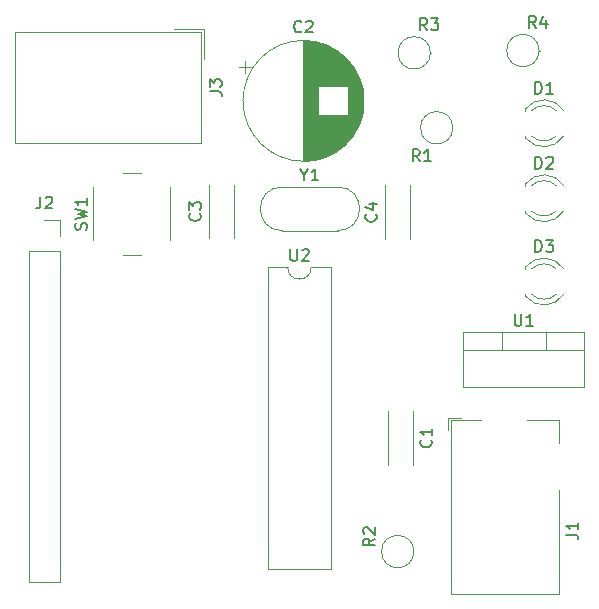
<source format=gto>
G04 #@! TF.GenerationSoftware,KiCad,Pcbnew,5.0.2-5.fc29*
G04 #@! TF.CreationDate,2019-02-21T16:31:19+01:00*
G04 #@! TF.ProjectId,AVR Dev,41565220-4465-4762-9e6b-696361645f70,rev?*
G04 #@! TF.SameCoordinates,Original*
G04 #@! TF.FileFunction,Legend,Top*
G04 #@! TF.FilePolarity,Positive*
%FSLAX46Y46*%
G04 Gerber Fmt 4.6, Leading zero omitted, Abs format (unit mm)*
G04 Created by KiCad (PCBNEW 5.0.2-5.fc29) date czw, 21 lut 2019, 16:31:19*
%MOMM*%
%LPD*%
G01*
G04 APERTURE LIST*
%ADD10C,0.120000*%
%ADD11C,0.150000*%
G04 APERTURE END LIST*
D10*
G04 #@! TO.C,C1*
X171948000Y-80303500D02*
X171948000Y-84843500D01*
X169808000Y-80303500D02*
X169808000Y-84843500D01*
X171948000Y-80303500D02*
X171933000Y-80303500D01*
X169823000Y-80303500D02*
X169808000Y-80303500D01*
X171948000Y-84843500D02*
X171933000Y-84843500D01*
X169823000Y-84843500D02*
X169808000Y-84843500D01*
G04 #@! TO.C,C2*
X167767000Y-54038500D02*
G75*
G03X167767000Y-54038500I-5120000J0D01*
G01*
X162647000Y-48958500D02*
X162647000Y-59118500D01*
X162687000Y-48958500D02*
X162687000Y-59118500D01*
X162727000Y-48958500D02*
X162727000Y-59118500D01*
X162767000Y-48959500D02*
X162767000Y-59117500D01*
X162807000Y-48960500D02*
X162807000Y-59116500D01*
X162847000Y-48961500D02*
X162847000Y-59115500D01*
X162887000Y-48963500D02*
X162887000Y-59113500D01*
X162927000Y-48965500D02*
X162927000Y-59111500D01*
X162967000Y-48968500D02*
X162967000Y-59108500D01*
X163007000Y-48970500D02*
X163007000Y-59106500D01*
X163047000Y-48973500D02*
X163047000Y-59103500D01*
X163087000Y-48976500D02*
X163087000Y-59100500D01*
X163127000Y-48980500D02*
X163127000Y-59096500D01*
X163167000Y-48984500D02*
X163167000Y-59092500D01*
X163207000Y-48988500D02*
X163207000Y-59088500D01*
X163247000Y-48993500D02*
X163247000Y-59083500D01*
X163287000Y-48998500D02*
X163287000Y-59078500D01*
X163327000Y-49003500D02*
X163327000Y-59073500D01*
X163368000Y-49008500D02*
X163368000Y-59068500D01*
X163408000Y-49014500D02*
X163408000Y-59062500D01*
X163448000Y-49020500D02*
X163448000Y-59056500D01*
X163488000Y-49027500D02*
X163488000Y-59049500D01*
X163528000Y-49034500D02*
X163528000Y-59042500D01*
X163568000Y-49041500D02*
X163568000Y-59035500D01*
X163608000Y-49048500D02*
X163608000Y-59028500D01*
X163648000Y-49056500D02*
X163648000Y-59020500D01*
X163688000Y-49064500D02*
X163688000Y-59012500D01*
X163728000Y-49073500D02*
X163728000Y-59003500D01*
X163768000Y-49082500D02*
X163768000Y-58994500D01*
X163808000Y-49091500D02*
X163808000Y-58985500D01*
X163848000Y-49100500D02*
X163848000Y-58976500D01*
X163888000Y-49110500D02*
X163888000Y-58966500D01*
X163928000Y-49120500D02*
X163928000Y-52797500D01*
X163928000Y-55279500D02*
X163928000Y-58956500D01*
X163968000Y-49131500D02*
X163968000Y-52797500D01*
X163968000Y-55279500D02*
X163968000Y-58945500D01*
X164008000Y-49141500D02*
X164008000Y-52797500D01*
X164008000Y-55279500D02*
X164008000Y-58935500D01*
X164048000Y-49153500D02*
X164048000Y-52797500D01*
X164048000Y-55279500D02*
X164048000Y-58923500D01*
X164088000Y-49164500D02*
X164088000Y-52797500D01*
X164088000Y-55279500D02*
X164088000Y-58912500D01*
X164128000Y-49176500D02*
X164128000Y-52797500D01*
X164128000Y-55279500D02*
X164128000Y-58900500D01*
X164168000Y-49188500D02*
X164168000Y-52797500D01*
X164168000Y-55279500D02*
X164168000Y-58888500D01*
X164208000Y-49201500D02*
X164208000Y-52797500D01*
X164208000Y-55279500D02*
X164208000Y-58875500D01*
X164248000Y-49214500D02*
X164248000Y-52797500D01*
X164248000Y-55279500D02*
X164248000Y-58862500D01*
X164288000Y-49227500D02*
X164288000Y-52797500D01*
X164288000Y-55279500D02*
X164288000Y-58849500D01*
X164328000Y-49241500D02*
X164328000Y-52797500D01*
X164328000Y-55279500D02*
X164328000Y-58835500D01*
X164368000Y-49255500D02*
X164368000Y-52797500D01*
X164368000Y-55279500D02*
X164368000Y-58821500D01*
X164408000Y-49270500D02*
X164408000Y-52797500D01*
X164408000Y-55279500D02*
X164408000Y-58806500D01*
X164448000Y-49284500D02*
X164448000Y-52797500D01*
X164448000Y-55279500D02*
X164448000Y-58792500D01*
X164488000Y-49300500D02*
X164488000Y-52797500D01*
X164488000Y-55279500D02*
X164488000Y-58776500D01*
X164528000Y-49315500D02*
X164528000Y-52797500D01*
X164528000Y-55279500D02*
X164528000Y-58761500D01*
X164568000Y-49331500D02*
X164568000Y-52797500D01*
X164568000Y-55279500D02*
X164568000Y-58745500D01*
X164608000Y-49348500D02*
X164608000Y-52797500D01*
X164608000Y-55279500D02*
X164608000Y-58728500D01*
X164648000Y-49364500D02*
X164648000Y-52797500D01*
X164648000Y-55279500D02*
X164648000Y-58712500D01*
X164688000Y-49381500D02*
X164688000Y-52797500D01*
X164688000Y-55279500D02*
X164688000Y-58695500D01*
X164728000Y-49399500D02*
X164728000Y-52797500D01*
X164728000Y-55279500D02*
X164728000Y-58677500D01*
X164768000Y-49417500D02*
X164768000Y-52797500D01*
X164768000Y-55279500D02*
X164768000Y-58659500D01*
X164808000Y-49435500D02*
X164808000Y-52797500D01*
X164808000Y-55279500D02*
X164808000Y-58641500D01*
X164848000Y-49454500D02*
X164848000Y-52797500D01*
X164848000Y-55279500D02*
X164848000Y-58622500D01*
X164888000Y-49474500D02*
X164888000Y-52797500D01*
X164888000Y-55279500D02*
X164888000Y-58602500D01*
X164928000Y-49493500D02*
X164928000Y-52797500D01*
X164928000Y-55279500D02*
X164928000Y-58583500D01*
X164968000Y-49513500D02*
X164968000Y-52797500D01*
X164968000Y-55279500D02*
X164968000Y-58563500D01*
X165008000Y-49534500D02*
X165008000Y-52797500D01*
X165008000Y-55279500D02*
X165008000Y-58542500D01*
X165048000Y-49555500D02*
X165048000Y-52797500D01*
X165048000Y-55279500D02*
X165048000Y-58521500D01*
X165088000Y-49576500D02*
X165088000Y-52797500D01*
X165088000Y-55279500D02*
X165088000Y-58500500D01*
X165128000Y-49598500D02*
X165128000Y-52797500D01*
X165128000Y-55279500D02*
X165128000Y-58478500D01*
X165168000Y-49621500D02*
X165168000Y-52797500D01*
X165168000Y-55279500D02*
X165168000Y-58455500D01*
X165208000Y-49643500D02*
X165208000Y-52797500D01*
X165208000Y-55279500D02*
X165208000Y-58433500D01*
X165248000Y-49667500D02*
X165248000Y-52797500D01*
X165248000Y-55279500D02*
X165248000Y-58409500D01*
X165288000Y-49691500D02*
X165288000Y-52797500D01*
X165288000Y-55279500D02*
X165288000Y-58385500D01*
X165328000Y-49715500D02*
X165328000Y-52797500D01*
X165328000Y-55279500D02*
X165328000Y-58361500D01*
X165368000Y-49740500D02*
X165368000Y-52797500D01*
X165368000Y-55279500D02*
X165368000Y-58336500D01*
X165408000Y-49765500D02*
X165408000Y-52797500D01*
X165408000Y-55279500D02*
X165408000Y-58311500D01*
X165448000Y-49791500D02*
X165448000Y-52797500D01*
X165448000Y-55279500D02*
X165448000Y-58285500D01*
X165488000Y-49817500D02*
X165488000Y-52797500D01*
X165488000Y-55279500D02*
X165488000Y-58259500D01*
X165528000Y-49844500D02*
X165528000Y-52797500D01*
X165528000Y-55279500D02*
X165528000Y-58232500D01*
X165568000Y-49872500D02*
X165568000Y-52797500D01*
X165568000Y-55279500D02*
X165568000Y-58204500D01*
X165608000Y-49900500D02*
X165608000Y-52797500D01*
X165608000Y-55279500D02*
X165608000Y-58176500D01*
X165648000Y-49928500D02*
X165648000Y-52797500D01*
X165648000Y-55279500D02*
X165648000Y-58148500D01*
X165688000Y-49958500D02*
X165688000Y-52797500D01*
X165688000Y-55279500D02*
X165688000Y-58118500D01*
X165728000Y-49988500D02*
X165728000Y-52797500D01*
X165728000Y-55279500D02*
X165728000Y-58088500D01*
X165768000Y-50018500D02*
X165768000Y-52797500D01*
X165768000Y-55279500D02*
X165768000Y-58058500D01*
X165808000Y-50049500D02*
X165808000Y-52797500D01*
X165808000Y-55279500D02*
X165808000Y-58027500D01*
X165848000Y-50081500D02*
X165848000Y-52797500D01*
X165848000Y-55279500D02*
X165848000Y-57995500D01*
X165888000Y-50113500D02*
X165888000Y-52797500D01*
X165888000Y-55279500D02*
X165888000Y-57963500D01*
X165928000Y-50146500D02*
X165928000Y-52797500D01*
X165928000Y-55279500D02*
X165928000Y-57930500D01*
X165968000Y-50180500D02*
X165968000Y-52797500D01*
X165968000Y-55279500D02*
X165968000Y-57896500D01*
X166008000Y-50214500D02*
X166008000Y-52797500D01*
X166008000Y-55279500D02*
X166008000Y-57862500D01*
X166048000Y-50249500D02*
X166048000Y-52797500D01*
X166048000Y-55279500D02*
X166048000Y-57827500D01*
X166088000Y-50285500D02*
X166088000Y-52797500D01*
X166088000Y-55279500D02*
X166088000Y-57791500D01*
X166128000Y-50322500D02*
X166128000Y-52797500D01*
X166128000Y-55279500D02*
X166128000Y-57754500D01*
X166168000Y-50359500D02*
X166168000Y-52797500D01*
X166168000Y-55279500D02*
X166168000Y-57717500D01*
X166208000Y-50398500D02*
X166208000Y-52797500D01*
X166208000Y-55279500D02*
X166208000Y-57678500D01*
X166248000Y-50437500D02*
X166248000Y-52797500D01*
X166248000Y-55279500D02*
X166248000Y-57639500D01*
X166288000Y-50477500D02*
X166288000Y-52797500D01*
X166288000Y-55279500D02*
X166288000Y-57599500D01*
X166328000Y-50518500D02*
X166328000Y-52797500D01*
X166328000Y-55279500D02*
X166328000Y-57558500D01*
X166368000Y-50560500D02*
X166368000Y-52797500D01*
X166368000Y-55279500D02*
X166368000Y-57516500D01*
X166408000Y-50602500D02*
X166408000Y-57474500D01*
X166448000Y-50646500D02*
X166448000Y-57430500D01*
X166488000Y-50691500D02*
X166488000Y-57385500D01*
X166528000Y-50737500D02*
X166528000Y-57339500D01*
X166568000Y-50784500D02*
X166568000Y-57292500D01*
X166608000Y-50832500D02*
X166608000Y-57244500D01*
X166648000Y-50882500D02*
X166648000Y-57194500D01*
X166688000Y-50932500D02*
X166688000Y-57144500D01*
X166728000Y-50984500D02*
X166728000Y-57092500D01*
X166768000Y-51038500D02*
X166768000Y-57038500D01*
X166808000Y-51093500D02*
X166808000Y-56983500D01*
X166848000Y-51149500D02*
X166848000Y-56927500D01*
X166888000Y-51208500D02*
X166888000Y-56868500D01*
X166928000Y-51268500D02*
X166928000Y-56808500D01*
X166968000Y-51329500D02*
X166968000Y-56747500D01*
X167008000Y-51393500D02*
X167008000Y-56683500D01*
X167048000Y-51459500D02*
X167048000Y-56617500D01*
X167088000Y-51528500D02*
X167088000Y-56548500D01*
X167128000Y-51599500D02*
X167128000Y-56477500D01*
X167168000Y-51673500D02*
X167168000Y-56403500D01*
X167208000Y-51749500D02*
X167208000Y-56327500D01*
X167248000Y-51829500D02*
X167248000Y-56247500D01*
X167288000Y-51913500D02*
X167288000Y-56163500D01*
X167328000Y-52001500D02*
X167328000Y-56075500D01*
X167368000Y-52094500D02*
X167368000Y-55982500D01*
X167408000Y-52192500D02*
X167408000Y-55884500D01*
X167448000Y-52296500D02*
X167448000Y-55780500D01*
X167488000Y-52408500D02*
X167488000Y-55668500D01*
X167528000Y-52528500D02*
X167528000Y-55548500D01*
X167568000Y-52660500D02*
X167568000Y-55416500D01*
X167608000Y-52808500D02*
X167608000Y-55268500D01*
X167648000Y-52976500D02*
X167648000Y-55100500D01*
X167688000Y-53176500D02*
X167688000Y-54900500D01*
X167728000Y-53439500D02*
X167728000Y-54637500D01*
X157167354Y-51163500D02*
X158167354Y-51163500D01*
X157667354Y-50663500D02*
X157667354Y-51663500D01*
G04 #@! TO.C,C3*
X154632000Y-65683000D02*
X154632000Y-61143000D01*
X156772000Y-65683000D02*
X156772000Y-61143000D01*
X154632000Y-65683000D02*
X154647000Y-65683000D01*
X156757000Y-65683000D02*
X156772000Y-65683000D01*
X154632000Y-61143000D02*
X154647000Y-61143000D01*
X156757000Y-61143000D02*
X156772000Y-61143000D01*
G04 #@! TO.C,C4*
X171679000Y-61206500D02*
X171694000Y-61206500D01*
X169554000Y-61206500D02*
X169569000Y-61206500D01*
X171679000Y-65746500D02*
X171694000Y-65746500D01*
X169554000Y-65746500D02*
X169569000Y-65746500D01*
X171694000Y-65746500D02*
X171694000Y-61206500D01*
X169554000Y-65746500D02*
X169554000Y-61206500D01*
G04 #@! TO.C,D1*
X184679335Y-54864892D02*
G75*
G03X181447000Y-54707984I-1672335J-1078608D01*
G01*
X184679335Y-57022108D02*
G75*
G02X181447000Y-57179016I-1672335J1078608D01*
G01*
X184048130Y-54863663D02*
G75*
G03X181966039Y-54863500I-1041130J-1079837D01*
G01*
X184048130Y-57023337D02*
G75*
G02X181966039Y-57023500I-1041130J1079837D01*
G01*
X181447000Y-54707500D02*
X181447000Y-54863500D01*
X181447000Y-57023500D02*
X181447000Y-57179500D01*
G04 #@! TO.C,D2*
X181447000Y-63373500D02*
X181447000Y-63529500D01*
X181447000Y-61057500D02*
X181447000Y-61213500D01*
X184048130Y-63373337D02*
G75*
G02X181966039Y-63373500I-1041130J1079837D01*
G01*
X184048130Y-61213663D02*
G75*
G03X181966039Y-61213500I-1041130J-1079837D01*
G01*
X184679335Y-63372108D02*
G75*
G02X181447000Y-63529016I-1672335J1078608D01*
G01*
X184679335Y-61214892D02*
G75*
G03X181447000Y-61057984I-1672335J-1078608D01*
G01*
G04 #@! TO.C,D3*
X184679335Y-68263392D02*
G75*
G03X181447000Y-68106484I-1672335J-1078608D01*
G01*
X184679335Y-70420608D02*
G75*
G02X181447000Y-70577516I-1672335J1078608D01*
G01*
X184048130Y-68262163D02*
G75*
G03X181966039Y-68262000I-1041130J-1079837D01*
G01*
X184048130Y-70421837D02*
G75*
G02X181966039Y-70422000I-1041130J1079837D01*
G01*
X181447000Y-68106000D02*
X181447000Y-68262000D01*
X181447000Y-70422000D02*
X181447000Y-70578000D01*
G04 #@! TO.C,J1*
X175955000Y-80878500D02*
X174905000Y-80878500D01*
X174905000Y-81928500D02*
X174905000Y-80878500D01*
X184305000Y-86978500D02*
X184305000Y-95778500D01*
X184305000Y-95778500D02*
X175105000Y-95778500D01*
X181605000Y-81078500D02*
X184305000Y-81078500D01*
X184305000Y-81078500D02*
X184305000Y-82978500D01*
X175105000Y-95778500D02*
X175105000Y-81078500D01*
X175105000Y-81078500D02*
X177705000Y-81078500D01*
G04 #@! TO.C,J2*
X139386000Y-66738500D02*
X142046000Y-66738500D01*
X139386000Y-66738500D02*
X139386000Y-94738500D01*
X139386000Y-94738500D02*
X142046000Y-94738500D01*
X142046000Y-66738500D02*
X142046000Y-94738500D01*
X142046000Y-64138500D02*
X142046000Y-65468500D01*
X140716000Y-64138500D02*
X142046000Y-64138500D01*
G04 #@! TO.C,J3*
X154004000Y-57570500D02*
X138224000Y-57570500D01*
X138224000Y-57570500D02*
X138224000Y-48220500D01*
X138224000Y-48220500D02*
X154004000Y-48220500D01*
X154004000Y-48220500D02*
X154004000Y-57570500D01*
X154254000Y-47970500D02*
X151714000Y-47970500D01*
X154254000Y-47970500D02*
X154254000Y-50510500D01*
G04 #@! TO.C,R1*
X172556000Y-56324500D02*
X172486000Y-56324500D01*
X175296000Y-56324500D02*
G75*
G03X175296000Y-56324500I-1370000J0D01*
G01*
G04 #@! TO.C,R2*
X171994000Y-92202000D02*
G75*
G03X171994000Y-92202000I-1370000J0D01*
G01*
X170624000Y-90832000D02*
X170624000Y-90762000D01*
G04 #@! TO.C,R3*
X173392000Y-49974500D02*
G75*
G03X173392000Y-49974500I-1370000J0D01*
G01*
X173392000Y-49974500D02*
X173462000Y-49974500D01*
G04 #@! TO.C,R4*
X182599000Y-49784000D02*
X182669000Y-49784000D01*
X182599000Y-49784000D02*
G75*
G03X182599000Y-49784000I-1370000J0D01*
G01*
G04 #@! TO.C,SW1*
X151360000Y-65865500D02*
X151360000Y-61365500D01*
X147360000Y-67115500D02*
X148860000Y-67115500D01*
X144860000Y-61365500D02*
X144860000Y-65865500D01*
X148860000Y-60115500D02*
X147360000Y-60115500D01*
G04 #@! TO.C,U1*
X176172000Y-73628500D02*
X186412000Y-73628500D01*
X176172000Y-78269500D02*
X186412000Y-78269500D01*
X176172000Y-73628500D02*
X176172000Y-78269500D01*
X186412000Y-73628500D02*
X186412000Y-78269500D01*
X176172000Y-75138500D02*
X186412000Y-75138500D01*
X179442000Y-73628500D02*
X179442000Y-75138500D01*
X183143000Y-73628500D02*
X183143000Y-75138500D01*
G04 #@! TO.C,U2*
X163306000Y-68139000D02*
G75*
G02X161306000Y-68139000I-1000000J0D01*
G01*
X161306000Y-68139000D02*
X159656000Y-68139000D01*
X159656000Y-68139000D02*
X159656000Y-93659000D01*
X159656000Y-93659000D02*
X164956000Y-93659000D01*
X164956000Y-93659000D02*
X164956000Y-68139000D01*
X164956000Y-68139000D02*
X163306000Y-68139000D01*
G04 #@! TO.C,Y1*
X160850000Y-61332500D02*
X165550000Y-61332500D01*
X160850000Y-65032500D02*
X165550000Y-65032500D01*
X160850000Y-65032500D02*
G75*
G02X160850000Y-61332500I0J1850000D01*
G01*
X165550000Y-65032500D02*
G75*
G03X165550000Y-61332500I0J1850000D01*
G01*
G04 #@! TO.C,C1*
D11*
X173435142Y-82740166D02*
X173482761Y-82787785D01*
X173530380Y-82930642D01*
X173530380Y-83025880D01*
X173482761Y-83168738D01*
X173387523Y-83263976D01*
X173292285Y-83311595D01*
X173101809Y-83359214D01*
X172958952Y-83359214D01*
X172768476Y-83311595D01*
X172673238Y-83263976D01*
X172578000Y-83168738D01*
X172530380Y-83025880D01*
X172530380Y-82930642D01*
X172578000Y-82787785D01*
X172625619Y-82740166D01*
X173530380Y-81787785D02*
X173530380Y-82359214D01*
X173530380Y-82073500D02*
X172530380Y-82073500D01*
X172673238Y-82168738D01*
X172768476Y-82263976D01*
X172816095Y-82359214D01*
G04 #@! TO.C,C2*
X162480333Y-48145642D02*
X162432714Y-48193261D01*
X162289857Y-48240880D01*
X162194619Y-48240880D01*
X162051761Y-48193261D01*
X161956523Y-48098023D01*
X161908904Y-48002785D01*
X161861285Y-47812309D01*
X161861285Y-47669452D01*
X161908904Y-47478976D01*
X161956523Y-47383738D01*
X162051761Y-47288500D01*
X162194619Y-47240880D01*
X162289857Y-47240880D01*
X162432714Y-47288500D01*
X162480333Y-47336119D01*
X162861285Y-47336119D02*
X162908904Y-47288500D01*
X163004142Y-47240880D01*
X163242238Y-47240880D01*
X163337476Y-47288500D01*
X163385095Y-47336119D01*
X163432714Y-47431357D01*
X163432714Y-47526595D01*
X163385095Y-47669452D01*
X162813666Y-48240880D01*
X163432714Y-48240880D01*
G04 #@! TO.C,C3*
X153859142Y-63579666D02*
X153906761Y-63627285D01*
X153954380Y-63770142D01*
X153954380Y-63865380D01*
X153906761Y-64008238D01*
X153811523Y-64103476D01*
X153716285Y-64151095D01*
X153525809Y-64198714D01*
X153382952Y-64198714D01*
X153192476Y-64151095D01*
X153097238Y-64103476D01*
X153002000Y-64008238D01*
X152954380Y-63865380D01*
X152954380Y-63770142D01*
X153002000Y-63627285D01*
X153049619Y-63579666D01*
X152954380Y-63246333D02*
X152954380Y-62627285D01*
X153335333Y-62960619D01*
X153335333Y-62817761D01*
X153382952Y-62722523D01*
X153430571Y-62674904D01*
X153525809Y-62627285D01*
X153763904Y-62627285D01*
X153859142Y-62674904D01*
X153906761Y-62722523D01*
X153954380Y-62817761D01*
X153954380Y-63103476D01*
X153906761Y-63198714D01*
X153859142Y-63246333D01*
G04 #@! TO.C,C4*
X168781142Y-63643166D02*
X168828761Y-63690785D01*
X168876380Y-63833642D01*
X168876380Y-63928880D01*
X168828761Y-64071738D01*
X168733523Y-64166976D01*
X168638285Y-64214595D01*
X168447809Y-64262214D01*
X168304952Y-64262214D01*
X168114476Y-64214595D01*
X168019238Y-64166976D01*
X167924000Y-64071738D01*
X167876380Y-63928880D01*
X167876380Y-63833642D01*
X167924000Y-63690785D01*
X167971619Y-63643166D01*
X168209714Y-62786023D02*
X168876380Y-62786023D01*
X167828761Y-63024119D02*
X168543047Y-63262214D01*
X168543047Y-62643166D01*
G04 #@! TO.C,D1*
X182268904Y-53435880D02*
X182268904Y-52435880D01*
X182507000Y-52435880D01*
X182649857Y-52483500D01*
X182745095Y-52578738D01*
X182792714Y-52673976D01*
X182840333Y-52864452D01*
X182840333Y-53007309D01*
X182792714Y-53197785D01*
X182745095Y-53293023D01*
X182649857Y-53388261D01*
X182507000Y-53435880D01*
X182268904Y-53435880D01*
X183792714Y-53435880D02*
X183221285Y-53435880D01*
X183507000Y-53435880D02*
X183507000Y-52435880D01*
X183411761Y-52578738D01*
X183316523Y-52673976D01*
X183221285Y-52721595D01*
G04 #@! TO.C,D2*
X182268904Y-59785880D02*
X182268904Y-58785880D01*
X182507000Y-58785880D01*
X182649857Y-58833500D01*
X182745095Y-58928738D01*
X182792714Y-59023976D01*
X182840333Y-59214452D01*
X182840333Y-59357309D01*
X182792714Y-59547785D01*
X182745095Y-59643023D01*
X182649857Y-59738261D01*
X182507000Y-59785880D01*
X182268904Y-59785880D01*
X183221285Y-58881119D02*
X183268904Y-58833500D01*
X183364142Y-58785880D01*
X183602238Y-58785880D01*
X183697476Y-58833500D01*
X183745095Y-58881119D01*
X183792714Y-58976357D01*
X183792714Y-59071595D01*
X183745095Y-59214452D01*
X183173666Y-59785880D01*
X183792714Y-59785880D01*
G04 #@! TO.C,D3*
X182268904Y-66834380D02*
X182268904Y-65834380D01*
X182507000Y-65834380D01*
X182649857Y-65882000D01*
X182745095Y-65977238D01*
X182792714Y-66072476D01*
X182840333Y-66262952D01*
X182840333Y-66405809D01*
X182792714Y-66596285D01*
X182745095Y-66691523D01*
X182649857Y-66786761D01*
X182507000Y-66834380D01*
X182268904Y-66834380D01*
X183173666Y-65834380D02*
X183792714Y-65834380D01*
X183459380Y-66215333D01*
X183602238Y-66215333D01*
X183697476Y-66262952D01*
X183745095Y-66310571D01*
X183792714Y-66405809D01*
X183792714Y-66643904D01*
X183745095Y-66739142D01*
X183697476Y-66786761D01*
X183602238Y-66834380D01*
X183316523Y-66834380D01*
X183221285Y-66786761D01*
X183173666Y-66739142D01*
G04 #@! TO.C,J1*
X184907380Y-90761833D02*
X185621666Y-90761833D01*
X185764523Y-90809452D01*
X185859761Y-90904690D01*
X185907380Y-91047547D01*
X185907380Y-91142785D01*
X185907380Y-89761833D02*
X185907380Y-90333261D01*
X185907380Y-90047547D02*
X184907380Y-90047547D01*
X185050238Y-90142785D01*
X185145476Y-90238023D01*
X185193095Y-90333261D01*
G04 #@! TO.C,J2*
X140382666Y-62150880D02*
X140382666Y-62865166D01*
X140335047Y-63008023D01*
X140239809Y-63103261D01*
X140096952Y-63150880D01*
X140001714Y-63150880D01*
X140811238Y-62246119D02*
X140858857Y-62198500D01*
X140954095Y-62150880D01*
X141192190Y-62150880D01*
X141287428Y-62198500D01*
X141335047Y-62246119D01*
X141382666Y-62341357D01*
X141382666Y-62436595D01*
X141335047Y-62579452D01*
X140763619Y-63150880D01*
X141382666Y-63150880D01*
G04 #@! TO.C,J3*
X154710380Y-53228833D02*
X155424666Y-53228833D01*
X155567523Y-53276452D01*
X155662761Y-53371690D01*
X155710380Y-53514547D01*
X155710380Y-53609785D01*
X154710380Y-52847880D02*
X154710380Y-52228833D01*
X155091333Y-52562166D01*
X155091333Y-52419309D01*
X155138952Y-52324071D01*
X155186571Y-52276452D01*
X155281809Y-52228833D01*
X155519904Y-52228833D01*
X155615142Y-52276452D01*
X155662761Y-52324071D01*
X155710380Y-52419309D01*
X155710380Y-52705023D01*
X155662761Y-52800261D01*
X155615142Y-52847880D01*
G04 #@! TO.C,R1*
X172489333Y-59146880D02*
X172156000Y-58670690D01*
X171917904Y-59146880D02*
X171917904Y-58146880D01*
X172298857Y-58146880D01*
X172394095Y-58194500D01*
X172441714Y-58242119D01*
X172489333Y-58337357D01*
X172489333Y-58480214D01*
X172441714Y-58575452D01*
X172394095Y-58623071D01*
X172298857Y-58670690D01*
X171917904Y-58670690D01*
X173441714Y-59146880D02*
X172870285Y-59146880D01*
X173156000Y-59146880D02*
X173156000Y-58146880D01*
X173060761Y-58289738D01*
X172965523Y-58384976D01*
X172870285Y-58432595D01*
G04 #@! TO.C,R2*
X168706380Y-91098666D02*
X168230190Y-91432000D01*
X168706380Y-91670095D02*
X167706380Y-91670095D01*
X167706380Y-91289142D01*
X167754000Y-91193904D01*
X167801619Y-91146285D01*
X167896857Y-91098666D01*
X168039714Y-91098666D01*
X168134952Y-91146285D01*
X168182571Y-91193904D01*
X168230190Y-91289142D01*
X168230190Y-91670095D01*
X167801619Y-90717714D02*
X167754000Y-90670095D01*
X167706380Y-90574857D01*
X167706380Y-90336761D01*
X167754000Y-90241523D01*
X167801619Y-90193904D01*
X167896857Y-90146285D01*
X167992095Y-90146285D01*
X168134952Y-90193904D01*
X168706380Y-90765333D01*
X168706380Y-90146285D01*
G04 #@! TO.C,R3*
X173125333Y-48056880D02*
X172792000Y-47580690D01*
X172553904Y-48056880D02*
X172553904Y-47056880D01*
X172934857Y-47056880D01*
X173030095Y-47104500D01*
X173077714Y-47152119D01*
X173125333Y-47247357D01*
X173125333Y-47390214D01*
X173077714Y-47485452D01*
X173030095Y-47533071D01*
X172934857Y-47580690D01*
X172553904Y-47580690D01*
X173458666Y-47056880D02*
X174077714Y-47056880D01*
X173744380Y-47437833D01*
X173887238Y-47437833D01*
X173982476Y-47485452D01*
X174030095Y-47533071D01*
X174077714Y-47628309D01*
X174077714Y-47866404D01*
X174030095Y-47961642D01*
X173982476Y-48009261D01*
X173887238Y-48056880D01*
X173601523Y-48056880D01*
X173506285Y-48009261D01*
X173458666Y-47961642D01*
G04 #@! TO.C,R4*
X182332333Y-47866380D02*
X181999000Y-47390190D01*
X181760904Y-47866380D02*
X181760904Y-46866380D01*
X182141857Y-46866380D01*
X182237095Y-46914000D01*
X182284714Y-46961619D01*
X182332333Y-47056857D01*
X182332333Y-47199714D01*
X182284714Y-47294952D01*
X182237095Y-47342571D01*
X182141857Y-47390190D01*
X181760904Y-47390190D01*
X183189476Y-47199714D02*
X183189476Y-47866380D01*
X182951380Y-46818761D02*
X182713285Y-47533047D01*
X183332333Y-47533047D01*
G04 #@! TO.C,SW1*
X144264761Y-64948833D02*
X144312380Y-64805976D01*
X144312380Y-64567880D01*
X144264761Y-64472642D01*
X144217142Y-64425023D01*
X144121904Y-64377404D01*
X144026666Y-64377404D01*
X143931428Y-64425023D01*
X143883809Y-64472642D01*
X143836190Y-64567880D01*
X143788571Y-64758357D01*
X143740952Y-64853595D01*
X143693333Y-64901214D01*
X143598095Y-64948833D01*
X143502857Y-64948833D01*
X143407619Y-64901214D01*
X143360000Y-64853595D01*
X143312380Y-64758357D01*
X143312380Y-64520261D01*
X143360000Y-64377404D01*
X143312380Y-64044071D02*
X144312380Y-63805976D01*
X143598095Y-63615500D01*
X144312380Y-63425023D01*
X143312380Y-63186928D01*
X144312380Y-62282166D02*
X144312380Y-62853595D01*
X144312380Y-62567880D02*
X143312380Y-62567880D01*
X143455238Y-62663119D01*
X143550476Y-62758357D01*
X143598095Y-62853595D01*
G04 #@! TO.C,U1*
X180530095Y-72080880D02*
X180530095Y-72890404D01*
X180577714Y-72985642D01*
X180625333Y-73033261D01*
X180720571Y-73080880D01*
X180911047Y-73080880D01*
X181006285Y-73033261D01*
X181053904Y-72985642D01*
X181101523Y-72890404D01*
X181101523Y-72080880D01*
X182101523Y-73080880D02*
X181530095Y-73080880D01*
X181815809Y-73080880D02*
X181815809Y-72080880D01*
X181720571Y-72223738D01*
X181625333Y-72318976D01*
X181530095Y-72366595D01*
G04 #@! TO.C,U2*
X161544095Y-66591380D02*
X161544095Y-67400904D01*
X161591714Y-67496142D01*
X161639333Y-67543761D01*
X161734571Y-67591380D01*
X161925047Y-67591380D01*
X162020285Y-67543761D01*
X162067904Y-67496142D01*
X162115523Y-67400904D01*
X162115523Y-66591380D01*
X162544095Y-66686619D02*
X162591714Y-66639000D01*
X162686952Y-66591380D01*
X162925047Y-66591380D01*
X163020285Y-66639000D01*
X163067904Y-66686619D01*
X163115523Y-66781857D01*
X163115523Y-66877095D01*
X163067904Y-67019952D01*
X162496476Y-67591380D01*
X163115523Y-67591380D01*
G04 #@! TO.C,Y1*
X162723809Y-60308690D02*
X162723809Y-60784880D01*
X162390476Y-59784880D02*
X162723809Y-60308690D01*
X163057142Y-59784880D01*
X163914285Y-60784880D02*
X163342857Y-60784880D01*
X163628571Y-60784880D02*
X163628571Y-59784880D01*
X163533333Y-59927738D01*
X163438095Y-60022976D01*
X163342857Y-60070595D01*
G04 #@! TD*
M02*

</source>
